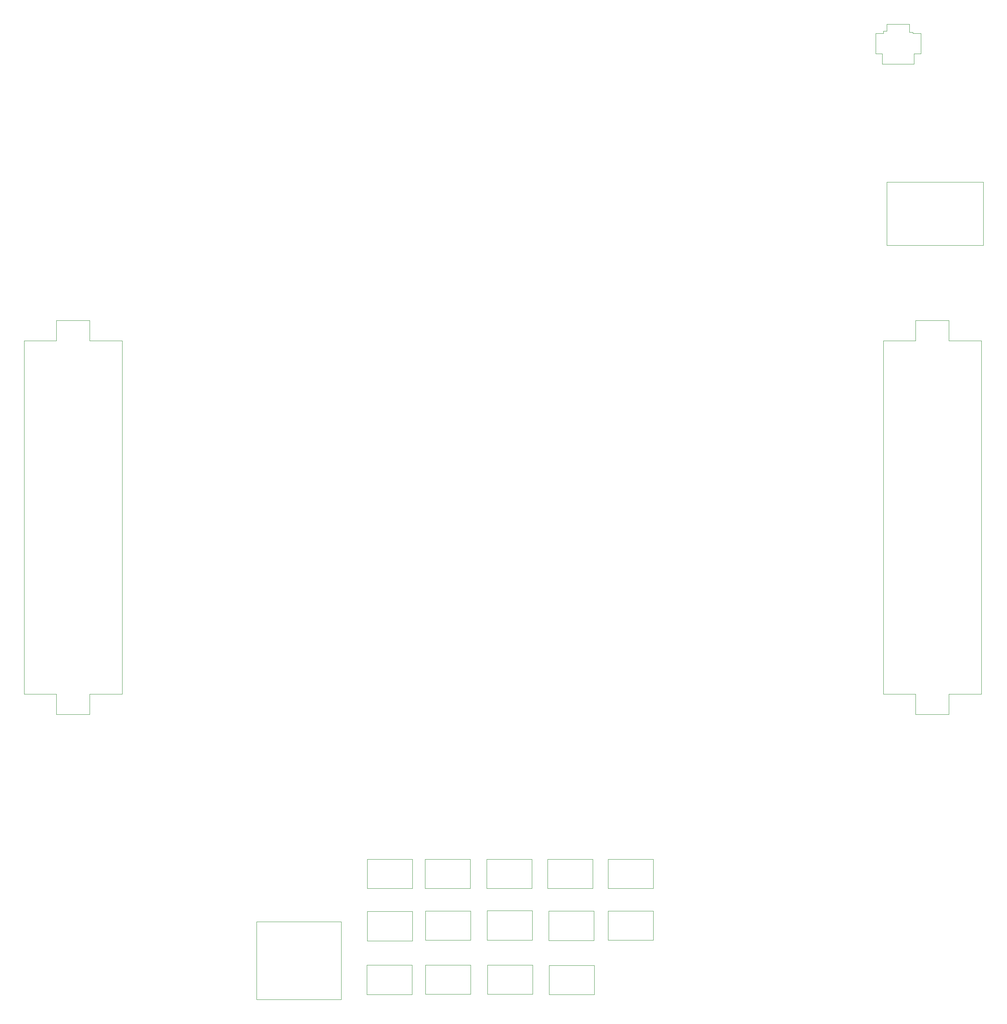
<source format=gbr>
%TF.GenerationSoftware,KiCad,Pcbnew,(6.0.0)*%
%TF.CreationDate,2022-01-30T17:43:54-05:00*%
%TF.ProjectId,fancyGradCap_rev2,66616e63-7947-4726-9164-4361705f7265,1*%
%TF.SameCoordinates,Original*%
%TF.FileFunction,Other,User*%
%FSLAX46Y46*%
G04 Gerber Fmt 4.6, Leading zero omitted, Abs format (unit mm)*
G04 Created by KiCad (PCBNEW (6.0.0)) date 2022-01-30 17:43:54*
%MOMM*%
%LPD*%
G01*
G04 APERTURE LIST*
%ADD10C,0.050000*%
%ADD11C,0.100000*%
G04 APERTURE END LIST*
D10*
%TO.C,SW4*%
X80000000Y-185520000D02*
X70000000Y-185520000D01*
X70000000Y-192020000D02*
X70000000Y-185520000D01*
X80000000Y-185520000D02*
X80000000Y-192020000D01*
X80000000Y-192020000D02*
X70000000Y-192020000D01*
%TO.C,SW11*%
X82884000Y-215388000D02*
X82884000Y-208888000D01*
X92884000Y-215388000D02*
X82884000Y-215388000D01*
X92884000Y-208888000D02*
X82884000Y-208888000D01*
X92884000Y-208888000D02*
X92884000Y-215388000D01*
%TO.C,SW6*%
X92829750Y-192020000D02*
X82829750Y-192020000D01*
X92829750Y-185520000D02*
X82829750Y-185520000D01*
X92829750Y-185520000D02*
X92829750Y-192020000D01*
X82829750Y-192020000D02*
X82829750Y-185520000D01*
%TO.C,SW5*%
X120165500Y-203468750D02*
X110165500Y-203468750D01*
X120165500Y-196968750D02*
X120165500Y-203468750D01*
X110165500Y-203468750D02*
X110165500Y-196968750D01*
X120165500Y-196968750D02*
X110165500Y-196968750D01*
%TO.C,SW8*%
X106441750Y-192020000D02*
X96441750Y-192020000D01*
X106441750Y-185520000D02*
X106441750Y-192020000D01*
X106441750Y-185520000D02*
X96441750Y-185520000D01*
X96441750Y-192020000D02*
X96441750Y-185520000D01*
%TO.C,SW12*%
X133258000Y-192008000D02*
X123258000Y-192008000D01*
X133258000Y-185508000D02*
X133258000Y-192008000D01*
X133258000Y-185508000D02*
X123258000Y-185508000D01*
X123258000Y-192008000D02*
X123258000Y-185508000D01*
%TO.C,BT1*%
X-5830000Y-149030000D02*
X1320000Y-149030000D01*
X15830000Y-70970000D02*
X15830000Y-149030000D01*
X-5830000Y-70970000D02*
X-5830000Y-149030000D01*
X8680000Y-153500000D02*
X1320000Y-153500000D01*
X8680000Y-149030000D02*
X8680000Y-153500000D01*
X-5830000Y-70970000D02*
X1320000Y-70970000D01*
X8680000Y-70970000D02*
X8680000Y-66500000D01*
X1320000Y-66500000D02*
X1320000Y-70970000D01*
X15830000Y-70970000D02*
X8680000Y-70970000D01*
X15830000Y-149030000D02*
X8680000Y-149030000D01*
X8680000Y-66500000D02*
X1320000Y-66500000D01*
X1320000Y-153500000D02*
X1320000Y-149030000D01*
%TO.C,F1*%
X206230000Y-35920000D02*
X184930000Y-35920000D01*
X184930000Y-35920000D02*
X184930000Y-49890000D01*
X184930000Y-49890000D02*
X206230000Y-49890000D01*
X206230000Y-49890000D02*
X206230000Y-35920000D01*
%TO.C,BT2*%
X198680000Y-153500000D02*
X191320000Y-153500000D01*
X205830000Y-149030000D02*
X198680000Y-149030000D01*
X191320000Y-66500000D02*
X191320000Y-70970000D01*
X205830000Y-70970000D02*
X198680000Y-70970000D01*
X184170000Y-70970000D02*
X191320000Y-70970000D01*
X198680000Y-70970000D02*
X198680000Y-66500000D01*
X205830000Y-70970000D02*
X205830000Y-149030000D01*
X198680000Y-66500000D02*
X191320000Y-66500000D01*
X184170000Y-149030000D02*
X191320000Y-149030000D01*
X184170000Y-70970000D02*
X184170000Y-149030000D01*
X191320000Y-153500000D02*
X191320000Y-149030000D01*
X198680000Y-149030000D02*
X198680000Y-153500000D01*
D11*
%TO.C,J3*%
X45530000Y-199362000D02*
X45530000Y-216512000D01*
X64250000Y-216512000D02*
X64250000Y-199362000D01*
X64250000Y-199362000D02*
X45530000Y-199362000D01*
X45530000Y-216512000D02*
X64250000Y-216512000D01*
D10*
%TO.C,SW9*%
X79930000Y-208905500D02*
X69930000Y-208905500D01*
X79930000Y-208905500D02*
X79930000Y-215405500D01*
X79930000Y-215405500D02*
X69930000Y-215405500D01*
X69930000Y-215405500D02*
X69930000Y-208905500D01*
%TO.C,SW17*%
X106530250Y-196918750D02*
X96530250Y-196918750D01*
X96530250Y-203418750D02*
X96530250Y-196918750D01*
X106530250Y-203418750D02*
X96530250Y-203418750D01*
X106530250Y-196918750D02*
X106530250Y-203418750D01*
%TO.C,SW10*%
X119911500Y-192020000D02*
X109911500Y-192020000D01*
X119911500Y-185520000D02*
X119911500Y-192020000D01*
X109911500Y-192020000D02*
X109911500Y-185520000D01*
X119911500Y-185520000D02*
X109911500Y-185520000D01*
%TO.C,SW7*%
X133270000Y-196950000D02*
X123270000Y-196950000D01*
X123270000Y-203450000D02*
X123270000Y-196950000D01*
X133270000Y-196950000D02*
X133270000Y-203450000D01*
X133270000Y-203450000D02*
X123270000Y-203450000D01*
%TO.C,SW14*%
X70025750Y-203545750D02*
X70025750Y-197045750D01*
X80025750Y-197045750D02*
X70025750Y-197045750D01*
X80025750Y-197045750D02*
X80025750Y-203545750D01*
X80025750Y-203545750D02*
X70025750Y-203545750D01*
%TO.C,SW13*%
X106600000Y-215388000D02*
X96600000Y-215388000D01*
X106600000Y-208888000D02*
X96600000Y-208888000D01*
X106600000Y-208888000D02*
X106600000Y-215388000D01*
X96600000Y-215388000D02*
X96600000Y-208888000D01*
%TO.C,SW16*%
X92884000Y-196950000D02*
X82884000Y-196950000D01*
X92884000Y-203450000D02*
X82884000Y-203450000D01*
X82884000Y-203450000D02*
X82884000Y-196950000D01*
X92884000Y-196950000D02*
X92884000Y-203450000D01*
%TO.C,SW15*%
X120221250Y-208964500D02*
X120221250Y-215464500D01*
X120221250Y-215464500D02*
X110221250Y-215464500D01*
X120221250Y-208964500D02*
X110221250Y-208964500D01*
X110221250Y-215464500D02*
X110221250Y-208964500D01*
%TO.C,SW1*%
X189952000Y-1084000D02*
X189952000Y-2834000D01*
X184952000Y-2584000D02*
X184952000Y-1084000D01*
X190952000Y-7584000D02*
X190952000Y-9834000D01*
X183952000Y-9834000D02*
X183952000Y-7584000D01*
X182452000Y-7584000D02*
X182452000Y-3084000D01*
X190702000Y-3084000D02*
X192452000Y-3084000D01*
X190702000Y-2834000D02*
X190702000Y-3084000D01*
X184202000Y-3084000D02*
X184202000Y-2584000D01*
X189952000Y-2834000D02*
X190702000Y-2834000D01*
X182452000Y-3084000D02*
X184202000Y-3084000D01*
X183952000Y-7584000D02*
X182452000Y-7584000D01*
X184952000Y-1084000D02*
X189952000Y-1084000D01*
X184202000Y-2584000D02*
X184952000Y-2584000D01*
X182452000Y-7584000D02*
X182452000Y-7584000D01*
X192452000Y-3084000D02*
X192452000Y-7584000D01*
X190952000Y-9834000D02*
X183952000Y-9834000D01*
X192452000Y-7584000D02*
X190952000Y-7584000D01*
%TD*%
M02*

</source>
